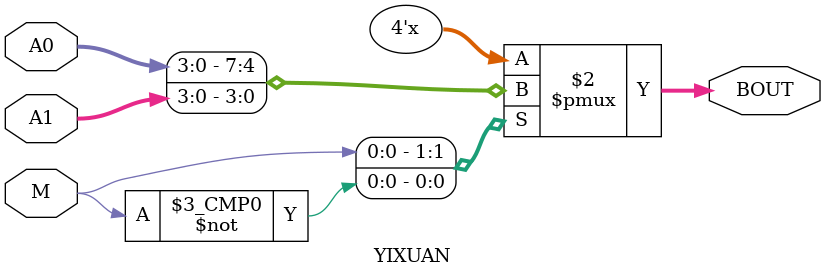
<source format=v>
module YIXUAN(A0,A1,M,BOUT);
	input [3:0] A0,A1;
	input  M;
	output [3:0] BOUT;
	reg [3:0] BOUT;
	always@(A0,A1,M,BOUT)
	case(M)
	1'B1 : BOUT <= A0;
	1'B0 : BOUT <= A1;
	default : BOUT <= 0000;
	endcase
endmodule

</source>
